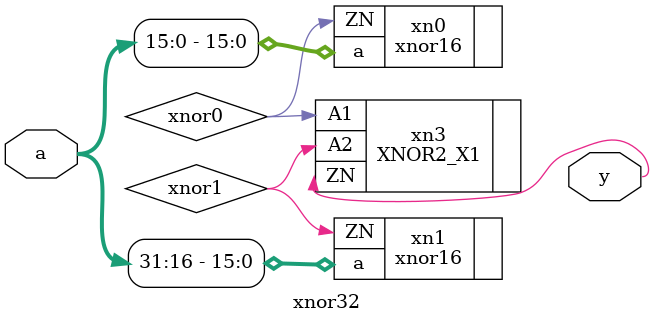
<source format=v>

`ifndef XNOR32_V
`define XNOR32_V
`include "misc/xnor/xnor16.v"

module xnor32 (
    input wire [31:0] a,
    output wire y
);
    wire xnor0;
    wire xnor1;

    xnor16 xn0(.a(a[0:15]), .ZN(xnor0));
    xnor16 xn1(.a(a[16:31]), .ZN(xnor1));

    XNOR2_X1 xn3(.A1(xnor0), .A2(xnor1), .ZN(y));

endmodule

`endif

</source>
